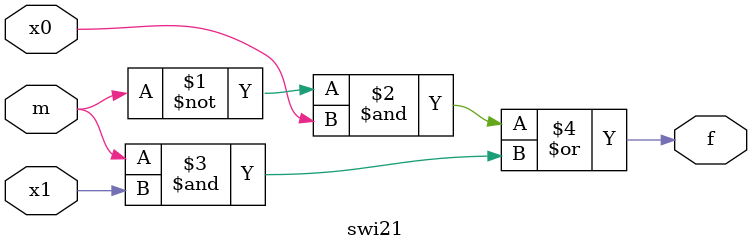
<source format=v>
module swi21 (/*AUTOARG*/
   // Outputs
   f,
   // Inputs
   x0, x1, m
   ) ;
   input x0, x1, m;
   output f;

   assign f = (~m & x0) | (m & x1);
endmodule // swi21

</source>
